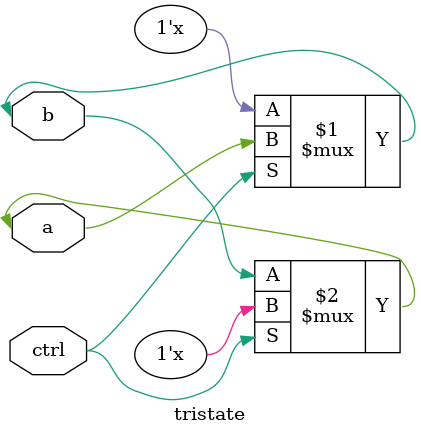
<source format=v>
module tristate(inout a,b, input ctrl);
    bufif1(b,a,ctrl);
    bufif0(a,b,ctrl);
endmodule
</source>
